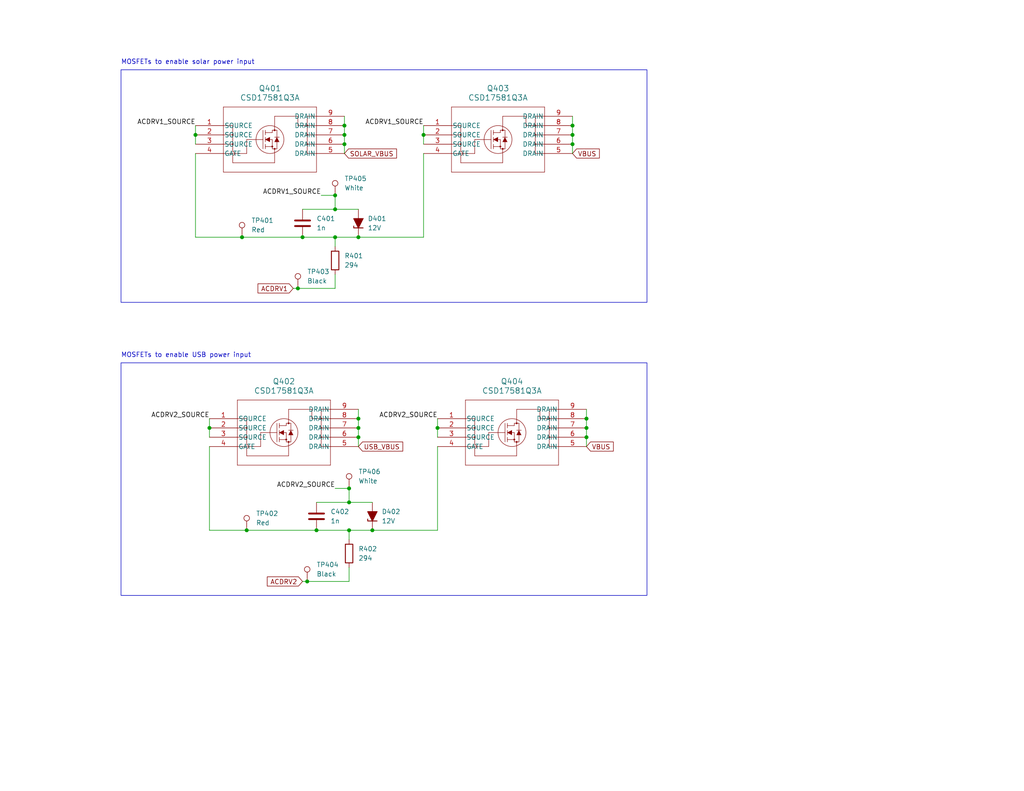
<source format=kicad_sch>
(kicad_sch (version 20230121) (generator eeschema)
  (paper "USLetter")
  (lib_symbols
    (symbol "Connector:TestPoint" (pin_numbers hide) (pin_names (offset 0.762) hide)
      (property "Reference" "TP" (at 0 6.858 0))
      (property "Value" "TestPoint" (at 0 5.08 0))
      (symbol "TestPoint_0_1"
        (circle (center 0 3.302) (radius 0.762))
      )
      (symbol "TestPoint_1_1"
        (pin passive line (at 0 0 90) (length 2.54) (name "1") (number "1"))
      )
    )
    (symbol "Device:C" (pin_numbers hide) (pin_names (offset 0.254))
      (property "Reference" "C" (at 0.635 2.54 0))
      (property "Value" "C" (at 0.635 -2.54 0))
      (symbol "C_0_1"
        (polyline (pts (xy -2.032 -0.762) (xy 2.032 -0.762)) (stroke (width 0.508)))
        (polyline (pts (xy -2.032 0.762) (xy 2.032 0.762)) (stroke (width 0.508)))
      )
      (symbol "C_1_1"
        (pin passive line (at 0 3.81 270) (length 2.794) (name "~") (number "1"))
        (pin passive line (at 0 -3.81 90) (length 2.794) (name "~") (number "2"))
      )
    )
    (symbol "Device:D_Zener_Filled" (pin_numbers hide) (pin_names (offset 1.016) hide)
      (property "Reference" "D" (at 0 2.54 0))
      (property "Value" "D_Zener_Filled" (at 0 -2.54 0))
      (symbol "D_Zener_Filled_0_1"
        (polyline (pts (xy 1.27 0) (xy -1.27 0)))
        (polyline (pts (xy -1.27 -1.27) (xy -1.27 1.27) (xy -0.762 1.27)) (stroke (width 0.254)))
        (polyline (pts (xy 1.27 -1.27) (xy 1.27 1.27) (xy -1.27 0) (xy 1.27 -1.27)) (stroke (width 0.254)) (fill (type outline)))
      )
      (symbol "D_Zener_Filled_1_1"
        (pin passive line (at -3.81 0 0) (length 2.54) (name "K") (number "1"))
        (pin passive line (at 3.81 0 180) (length 2.54) (name "A") (number "2"))
      )
    )
    (symbol "Device:R" (pin_numbers hide) (pin_names (offset 0))
      (property "Reference" "R" (at 2.032 0 90))
      (property "Value" "R" (at 0 0 90))
      (symbol "R_0_1"
        (rectangle (start -1.016 -2.54) (end 1.016 2.54) (stroke (width 0.254)))
      )
      (symbol "R_1_1"
        (pin passive line (at 0 3.81 270) (length 1.27) (name "~") (number "1"))
        (pin passive line (at 0 -3.81 90) (length 1.27) (name "~") (number "2"))
      )
    )
    (symbol "TI CSD17581Q3A:CSD17581Q3A" (pin_names (offset 0.254))
      (property "Reference" "Q" (at 20.32 10.16 0))
      (property "Value" "CSD17581Q3A" (at 20.32 7.62 0))
      (symbol "CSD17581Q3A_0_1"
        (polyline (pts (xy 7.62 -12.7) (xy 33.02 -12.7)) (stroke (width 0.127)))
        (polyline (pts (xy 7.62 -7.62) (xy 13.97 -7.62)) (stroke (width 0.127)))
        (polyline (pts (xy 7.62 -5.08) (xy 10.16 -5.08)) (stroke (width 0.127)))
        (polyline (pts (xy 7.62 -2.54) (xy 10.16 -2.54)) (stroke (width 0.127)))
        (polyline (pts (xy 7.62 0) (xy 10.16 0)) (stroke (width 0.127)))
        (polyline (pts (xy 7.62 5.08) (xy 7.62 -12.7)) (stroke (width 0.127)))
        (polyline (pts (xy 10.16 -10.16) (xy 21.59 -10.16)) (stroke (width 0.127)))
        (polyline (pts (xy 10.16 -8.128) (xy 10.16 -10.16)) (stroke (width 0.127)))
        (polyline (pts (xy 10.16 0) (xy 10.16 -7.112)) (stroke (width 0.127)))
        (polyline (pts (xy 13.97 -7.62) (xy 13.97 -3.81)) (stroke (width 0.127)))
        (polyline (pts (xy 13.97 -3.81) (xy 18.415 -3.81)) (stroke (width 0.127)))
        (polyline (pts (xy 18.415 -6.35) (xy 18.415 -1.27)) (stroke (width 0.127)))
        (polyline (pts (xy 19.05 -6.35) (xy 19.05 -5.08)) (stroke (width 0.127)))
        (polyline (pts (xy 19.05 -5.715) (xy 20.955 -5.715)) (stroke (width 0.127)))
        (polyline (pts (xy 19.05 -4.445) (xy 19.05 -3.175)) (stroke (width 0.127)))
        (polyline (pts (xy 19.05 -2.54) (xy 19.05 -1.27)) (stroke (width 0.127)))
        (polyline (pts (xy 19.05 -1.905) (xy 20.955 -1.905)) (stroke (width 0.127)))
        (polyline (pts (xy 20.32 -3.81) (xy 20.955 -3.81)) (stroke (width 0.127)))
        (polyline (pts (xy 20.955 -6.35) (xy 20.955 -3.81)) (stroke (width 0.127)))
        (polyline (pts (xy 20.955 -6.35) (xy 22.225 -6.35)) (stroke (width 0.127)))
        (polyline (pts (xy 20.955 -1.905) (xy 20.955 -1.27)) (stroke (width 0.127)))
        (polyline (pts (xy 20.955 -1.27) (xy 22.225 -1.27)) (stroke (width 0.127)))
        (polyline (pts (xy 21.59 -10.16) (xy 21.59 -6.35)) (stroke (width 0.127)))
        (polyline (pts (xy 21.59 2.54) (xy 21.59 -1.27)) (stroke (width 0.127)))
        (polyline (pts (xy 22.225 -6.35) (xy 22.225 -4.445)) (stroke (width 0.127)))
        (polyline (pts (xy 22.225 -3.175) (xy 22.225 -1.27)) (stroke (width 0.127)))
        (polyline (pts (xy 22.86 -3.175) (xy 21.59 -3.175)) (stroke (width 0.127)))
        (polyline (pts (xy 27.94 0) (xy 27.94 2.54)) (stroke (width 0.127)))
        (polyline (pts (xy 27.94 2.54) (xy 21.59 2.54)) (stroke (width 0.127)))
        (polyline (pts (xy 30.48 -7.62) (xy 30.48 0)) (stroke (width 0.127)))
        (polyline (pts (xy 30.48 0) (xy 30.48 2.54)) (stroke (width 0.127)))
        (polyline (pts (xy 30.48 2.54) (xy 33.02 2.54)) (stroke (width 0.127)))
        (polyline (pts (xy 33.02 -12.7) (xy 33.02 5.08)) (stroke (width 0.127)))
        (polyline (pts (xy 33.02 -7.62) (xy 30.48 -7.62)) (stroke (width 0.127)))
        (polyline (pts (xy 33.02 -5.08) (xy 30.48 -5.08)) (stroke (width 0.127)))
        (polyline (pts (xy 33.02 -2.54) (xy 30.48 -2.54)) (stroke (width 0.127)))
        (polyline (pts (xy 33.02 0) (xy 27.94 0)) (stroke (width 0.127)))
        (polyline (pts (xy 33.02 5.08) (xy 7.62 5.08)) (stroke (width 0.127)))
        (polyline (pts (xy 20.32 -3.175) (xy 19.05 -3.81) (xy 20.32 -4.445)) (stroke (width 0.0254)) (fill (type outline)))
        (polyline (pts (xy 22.86 -4.445) (xy 21.59 -4.445) (xy 22.225 -3.175)) (stroke (width 0.0254)) (fill (type outline)))
        (arc (start 10.16 -8.128) (mid 10.6658 -7.62) (end 10.16 -7.112) (stroke (width 0.127)))
        (circle (center 10.16 -5.08) (radius 0.127) (stroke (width 0.254)))
        (circle (center 10.16 -2.54) (radius 0.127) (stroke (width 0.254)))
        (circle (center 20.32 -3.81) (radius 3.81) (stroke (width 0.127)))
        (circle (center 20.955 -5.715) (radius 0.127) (stroke (width 0.254)))
        (circle (center 21.59 -6.35) (radius 0.127) (stroke (width 0.254)))
        (circle (center 21.59 -1.27) (radius 0.127) (stroke (width 0.254)))
        (circle (center 30.48 -5.08) (radius 0.127) (stroke (width 0.254)))
        (circle (center 30.48 -2.54) (radius 0.127) (stroke (width 0.254)))
        (circle (center 30.48 0) (radius 0.127) (stroke (width 0.254)))
      )
      (symbol "CSD17581Q3A_1_1"
        (pin passive line (at 0 0 0) (length 7.62) (name "SOURCE") (number "1"))
        (pin passive line (at 0 -2.54 0) (length 7.62) (name "SOURCE") (number "2"))
        (pin passive line (at 0 -5.08 0) (length 7.62) (name "SOURCE") (number "3"))
        (pin passive line (at 0 -7.62 0) (length 7.62) (name "GATE") (number "4"))
        (pin passive line (at 40.64 -7.62 180) (length 7.62) (name "DRAIN") (number "5"))
        (pin passive line (at 40.64 -5.08 180) (length 7.62) (name "DRAIN") (number "6"))
        (pin passive line (at 40.64 -2.54 180) (length 7.62) (name "DRAIN") (number "7"))
        (pin passive line (at 40.64 0 180) (length 7.62) (name "DRAIN") (number "8"))
        (pin passive line (at 40.64 2.54 180) (length 7.62) (name "DRAIN") (number "9"))
      )
    )
  )
  (junction (at 95.25 137.16))
  (junction (at 97.79 119.38))
  (junction (at 119.38 116.84))
  (junction (at 101.6 144.78))
  (junction (at 82.55 64.77))
  (junction (at 156.21 34.29))
  (junction (at 91.44 53.34))
  (junction (at 97.79 64.77))
  (junction (at 66.04 64.77))
  (junction (at 91.44 64.77))
  (junction (at 160.02 116.84))
  (junction (at 81.28 78.74))
  (junction (at 156.21 39.37))
  (junction (at 160.02 119.38))
  (junction (at 86.36 144.78))
  (junction (at 97.79 114.3))
  (junction (at 83.82 158.75))
  (junction (at 93.98 36.83))
  (junction (at 115.57 36.83))
  (junction (at 95.25 133.35))
  (junction (at 95.25 144.78))
  (junction (at 156.21 36.83))
  (junction (at 57.15 116.84))
  (junction (at 91.44 57.15))
  (junction (at 160.02 114.3))
  (junction (at 93.98 39.37))
  (junction (at 97.79 116.84))
  (junction (at 53.34 36.83))
  (junction (at 93.98 34.29))
  (junction (at 67.31 144.78))
  (wire (pts (xy 87.63 53.34) (xy 91.44 53.34)))
  (wire (pts (xy 93.98 39.37) (xy 93.98 41.91)))
  (wire (pts (xy 160.02 119.38) (xy 160.02 121.92)))
  (wire (pts (xy 93.98 34.29) (xy 93.98 36.83)))
  (wire (pts (xy 95.25 144.78) (xy 101.6 144.78)))
  (wire (pts (xy 156.21 36.83) (xy 156.21 39.37)))
  (wire (pts (xy 82.55 64.77) (xy 91.44 64.77)))
  (wire (pts (xy 97.79 119.38) (xy 97.79 121.92)))
  (wire (pts (xy 57.15 116.84) (xy 57.15 119.38)))
  (wire (pts (xy 95.25 133.35) (xy 95.25 137.16)))
  (wire (pts (xy 91.44 64.77) (xy 91.44 67.31)))
  (wire (pts (xy 115.57 64.77) (xy 115.57 41.91)))
  (wire (pts (xy 66.04 64.77) (xy 82.55 64.77)))
  (wire (pts (xy 83.82 158.75) (xy 95.25 158.75)))
  (wire (pts (xy 160.02 116.84) (xy 160.02 119.38)))
  (wire (pts (xy 57.15 144.78) (xy 67.31 144.78)))
  (wire (pts (xy 160.02 111.76) (xy 160.02 114.3)))
  (wire (pts (xy 53.34 36.83) (xy 53.34 39.37)))
  (wire (pts (xy 160.02 114.3) (xy 160.02 116.84)))
  (wire (pts (xy 93.98 31.75) (xy 93.98 34.29)))
  (wire (pts (xy 91.44 57.15) (xy 97.79 57.15)))
  (wire (pts (xy 57.15 114.3) (xy 57.15 116.84)))
  (wire (pts (xy 156.21 39.37) (xy 156.21 41.91)))
  (wire (pts (xy 101.6 144.78) (xy 119.38 144.78)))
  (wire (pts (xy 119.38 116.84) (xy 119.38 119.38)))
  (wire (pts (xy 97.79 116.84) (xy 97.79 119.38)))
  (wire (pts (xy 95.25 158.75) (xy 95.25 154.94)))
  (wire (pts (xy 95.25 137.16) (xy 101.6 137.16)))
  (wire (pts (xy 67.31 144.78) (xy 86.36 144.78)))
  (wire (pts (xy 53.34 34.29) (xy 53.34 36.83)))
  (wire (pts (xy 97.79 114.3) (xy 97.79 116.84)))
  (wire (pts (xy 156.21 31.75) (xy 156.21 34.29)))
  (wire (pts (xy 53.34 64.77) (xy 66.04 64.77)))
  (wire (pts (xy 119.38 144.78) (xy 119.38 121.92)))
  (wire (pts (xy 86.36 144.78) (xy 95.25 144.78)))
  (wire (pts (xy 115.57 34.29) (xy 115.57 36.83)))
  (wire (pts (xy 91.44 78.74) (xy 91.44 74.93)))
  (wire (pts (xy 93.98 36.83) (xy 93.98 39.37)))
  (wire (pts (xy 97.79 64.77) (xy 115.57 64.77)))
  (wire (pts (xy 91.44 64.77) (xy 97.79 64.77)))
  (wire (pts (xy 82.55 57.15) (xy 91.44 57.15)))
  (wire (pts (xy 91.44 53.34) (xy 91.44 57.15)))
  (wire (pts (xy 57.15 121.92) (xy 57.15 144.78)))
  (wire (pts (xy 95.25 144.78) (xy 95.25 147.32)))
  (wire (pts (xy 81.28 78.74) (xy 91.44 78.74)))
  (wire (pts (xy 156.21 34.29) (xy 156.21 36.83)))
  (wire (pts (xy 97.79 111.76) (xy 97.79 114.3)))
  (wire (pts (xy 80.01 78.74) (xy 81.28 78.74)))
  (wire (pts (xy 91.44 133.35) (xy 95.25 133.35)))
  (wire (pts (xy 86.36 137.16) (xy 95.25 137.16)))
  (wire (pts (xy 119.38 114.3) (xy 119.38 116.84)))
  (wire (pts (xy 53.34 41.91) (xy 53.34 64.77)))
  (wire (pts (xy 82.55 158.75) (xy 83.82 158.75)))
  (wire (pts (xy 115.57 36.83) (xy 115.57 39.37)))
  (rectangle (start 33.02 99.06) (end 176.53 162.56))
  (rectangle (start 33.02 19.05) (end 176.53 82.55))
  (text "MOSFETs to enable USB power input" (at 33.02 97.79 0) (effects (font (size 1.27 1.27)) (justify left bottom)))
  (text "MOSFETs to enable solar power input" (at 33.02 17.78 0) (effects (font (size 1.27 1.27)) (justify left bottom)))
  (label "ACDRV1_SOURCE" (at 115.57 34.29 180))
  (label "ACDRV2_SOURCE" (at 57.15 114.3 180))
  (label "ACDRV1_SOURCE" (at 53.34 34.29 180))
  (label "ACDRV2_SOURCE" (at 119.38 114.3 180))
  (label "ACDRV2_SOURCE" (at 91.44 133.35 180))
  (label "ACDRV1_SOURCE" (at 87.63 53.34 180))
  (global_label "ACDRV1" (shape input) (at 80.01 78.74 180) (property "Intersheetrefs" "${INTERSHEET_REFS}" (effects hide)))
  (global_label "VBUS" (shape input) (at 160.02 121.92 0) (property "Intersheetrefs" "${INTERSHEET_REFS}" (effects hide)))
  (global_label "USB_VBUS" (shape input) (at 97.79 121.92 0) (property "Intersheetrefs" "${INTERSHEET_REFS}" (effects hide)))
  (global_label "VBUS" (shape input) (at 156.21 41.91 0) (property "Intersheetrefs" "${INTERSHEET_REFS}" (effects hide)))
  (global_label "ACDRV2" (shape input) (at 82.55 158.75 180) (property "Intersheetrefs" "${INTERSHEET_REFS}" (effects hide)))
  (global_label "SOLAR_VBUS" (shape input) (at 93.98 41.91 0) (property "Intersheetrefs" "${INTERSHEET_REFS}" (effects hide)))
  (symbol (lib_id "Device:D_Zener_Filled") (at 97.79 60.96 90) (unit 1)
    (property "Reference" "D401" (at 100.33 59.69 90) (effects (justify right)))
    (property "Value" "12V" (at 100.33 62.23 90) (effects (justify right)))
    (property "Footprint" "Diode_SMD:D_SOD-523" (effects hide))
    (property "Manufacturer Part Number" "BZT52C12T-7" (effects hide))
    (property "Manufacturer" "Diodes Incorporated" (effects hide))
    (property "MPN" "C507911" (effects hide))
    (property "Active" "Y" (effects hide))
  )
  (symbol (lib_id "Connector:TestPoint") (at 95.25 133.35 0) (unit 1)
    (property "Reference" "TP406" (at 97.79 128.778 0) (effects (justify left)))
    (property "Value" "White" (at 97.79 131.318 0) (effects (justify left)))
    (property "Footprint" "TestPoint:TestPoint_Keystone_5000-5004_Miniature" (effects hide))
    (property "MPN" "C238123" (effects hide))
    (property "Manufacturer" "Keystone" (effects hide))
    (property "Manufacturer Part Number" "5002" (effects hide))
    (property "Active" "Y" (effects hide))
  )
  (symbol (lib_id "Connector:TestPoint") (at 91.44 53.34 0) (unit 1)
    (property "Reference" "TP405" (at 93.98 48.768 0) (effects (justify left)))
    (property "Value" "White" (at 93.98 51.308 0) (effects (justify left)))
    (property "Footprint" "TestPoint:TestPoint_Keystone_5000-5004_Miniature" (effects hide))
    (property "MPN" "C238123" (effects hide))
    (property "Manufacturer" "Keystone" (effects hide))
    (property "Manufacturer Part Number" "5002" (effects hide))
    (property "Active" "Y" (effects hide))
  )
  (symbol (lib_id "TI CSD17581Q3A:CSD17581Q3A") (at 119.38 114.3 0) (unit 1)
    (property "Reference" "Q404" (at 139.7 104.14 0) (effects (font (size 1.524 1.524))))
    (property "Value" "CSD17581Q3A" (at 139.7 106.68 0) (effects (font (size 1.524 1.524))))
    (property "Footprint" "footprints:Q3A_TEX" (effects hide))
    (property "Datasheet" "CSD17581Q3A" (effects hide))
    (property "Designed Manufacturer" "TEXAS INSTRUMENTS" (effects hide))
    (property "Designed Part Number" "CSD17581Q3A" (effects hide))
    (property "MPN" "C2866708" (effects hide))
    (property "Manufacturer" "TEXAS INSTRUMENTS" (effects hide))
    (property "Manufacturer Part Number" "CSD17581Q3AT" (effects hide))
    (property "Active" "Y" (effects hide))
  )
  (symbol (lib_id "TI CSD17581Q3A:CSD17581Q3A") (at 53.34 34.29 0) (unit 1)
    (property "Reference" "Q401" (at 73.66 24.13 0) (effects (font (size 1.524 1.524))))
    (property "Value" "CSD17581Q3A" (at 73.66 26.67 0) (effects (font (size 1.524 1.524))))
    (property "Footprint" "footprints:Q3A_TEX" (effects hide))
    (property "Datasheet" "CSD17581Q3A" (effects hide))
    (property "Designed Manufacturer" "TEXAS INSTRUMENTS" (effects hide))
    (property "Designed Part Number" "CSD17581Q3A" (effects hide))
    (property "MPN" "C2866708" (effects hide))
    (property "Manufacturer" "TEXAS INSTRUMENTS" (effects hide))
    (property "Manufacturer Part Number" "CSD17581Q3AT" (effects hide))
    (property "Active" "Y" (effects hide))
  )
  (symbol (lib_id "Connector:TestPoint") (at 67.31 144.78 0) (unit 1)
    (property "Reference" "TP402" (at 69.85 140.208 0) (effects (justify left)))
    (property "Value" "Red" (at 69.85 142.748 0) (effects (justify left)))
    (property "Footprint" "TestPoint:TestPoint_Keystone_5000-5004_Miniature" (effects hide))
    (property "MPN" "C5199900" (effects hide))
    (property "Manufacturer" "Keystone" (effects hide))
    (property "Manufacturer Part Number" "5000" (effects hide))
    (property "Active" "Y" (effects hide))
  )
  (symbol (lib_id "Connector:TestPoint") (at 83.82 158.75 0) (unit 1)
    (property "Reference" "TP404" (at 86.36 154.178 0) (effects (justify left)))
    (property "Value" "Black" (at 86.36 156.718 0) (effects (justify left)))
    (property "Footprint" "TestPoint:TestPoint_Keystone_5000-5004_Miniature" (effects hide))
    (property "Active" "Y" (effects hide))
    (property "MPN" "C238122" (effects hide))
    (property "Manufacturer" "Keystone" (effects hide))
    (property "Manufacturer Part Number" "5001" (effects hide))
  )
  (symbol (lib_id "Device:C") (at 86.36 140.97 0) (unit 1)
    (property "Reference" "C402" (at 90.17 139.7 0) (effects (justify left)))
    (property "Value" "1n" (at 90.17 142.24 0) (effects (justify left)))
    (property "Footprint" "Capacitor_SMD:C_0402_1005Metric" (effects hide))
    (property "Manufacturer Part Number" "GRM1555C1H102JA01D" (effects hide))
    (property "Manufacturer" "Murata Electronics" (effects hide))
    (property "Designed Manufacturer" "Murata Electronics" (effects hide))
    (property "Designed Part Number" "GRM1555C1H102FA01D" (effects hide))
    (property "MPN" "C76947" (effects hide))
    (property "Active" "Y" (effects hide))
  )
  (symbol (lib_id "Device:D_Zener_Filled") (at 101.6 140.97 90) (unit 1)
    (property "Reference" "D402" (at 104.14 139.7 90) (effects (justify right)))
    (property "Value" "12V" (at 104.14 142.24 90) (effects (justify right)))
    (property "Footprint" "Diode_SMD:D_SOD-523" (effects hide))
    (property "Manufacturer Part Number" "BZT52C12T-7" (effects hide))
    (property "Manufacturer" "Diodes Incorporated" (effects hide))
    (property "MPN" "C507911" (effects hide))
    (property "Active" "Y" (effects hide))
  )
  (symbol (lib_id "Connector:TestPoint") (at 81.28 78.74 0) (unit 1)
    (property "Reference" "TP403" (at 83.82 74.168 0) (effects (justify left)))
    (property "Value" "Black" (at 83.82 76.708 0) (effects (justify left)))
    (property "Footprint" "TestPoint:TestPoint_Keystone_5000-5004_Miniature" (effects hide))
    (property "MPN" "C238122" (effects hide))
    (property "Manufacturer" "Keystone" (effects hide))
    (property "Manufacturer Part Number" "5001" (effects hide))
    (property "Active" "Y" (effects hide))
  )
  (symbol (lib_id "TI CSD17581Q3A:CSD17581Q3A") (at 57.15 114.3 0) (unit 1)
    (property "Reference" "Q402" (at 77.47 104.14 0) (effects (font (size 1.524 1.524))))
    (property "Value" "CSD17581Q3A" (at 77.47 106.68 0) (effects (font (size 1.524 1.524))))
    (property "Footprint" "footprints:Q3A_TEX" (effects hide))
    (property "Datasheet" "CSD17581Q3A" (effects hide))
    (property "Designed Manufacturer" "TEXAS INSTRUMENTS" (effects hide))
    (property "Designed Part Number" "CSD17581Q3A" (effects hide))
    (property "MPN" "C2866708" (effects hide))
    (property "Manufacturer" "TEXAS INSTRUMENTS" (effects hide))
    (property "Manufacturer Part Number" "CSD17581Q3AT" (effects hide))
    (property "Active" "Y" (effects hide))
  )
  (symbol (lib_id "Device:C") (at 82.55 60.96 0) (unit 1)
    (property "Reference" "C401" (at 86.36 59.69 0) (effects (justify left)))
    (property "Value" "1n" (at 86.36 62.23 0) (effects (justify left)))
    (property "Footprint" "Capacitor_SMD:C_0402_1005Metric" (effects hide))
    (property "Manufacturer Part Number" "GRM1555C1H102JA01D" (effects hide))
    (property "Manufacturer" "Murata Electronics" (effects hide))
    (property "Designed Manufacturer" "Murata Electronics" (effects hide))
    (property "Designed Part Number" "GRM1555C1H102FA01D" (effects hide))
    (property "MPN" "C76947" (effects hide))
    (property "Active" "Y" (effects hide))
  )
  (symbol (lib_id "Device:R") (at 95.25 151.13 0) (unit 1)
    (property "Reference" "R402" (at 97.79 149.86 0) (effects (justify left)))
    (property "Value" "294" (at 97.79 152.4 0) (effects (justify left)))
    (property "Footprint" "Resistor_SMD:R_0603_1608Metric" (effects hide))
    (property "Manufacturer Part Number" "RC0603FR-07294RL" (effects hide))
    (property "Manufacturer" "YAGEO" (effects hide))
    (property "Designed Manufacturer" "Vishay-Dale" (effects hide))
    (property "Designed Part Number" "CRCW0603294RFKEA" (effects hide))
    (property "MPN" "C185345" (effects hide))
    (property "Active" "Y" (effects hide))
  )
  (symbol (lib_id "TI CSD17581Q3A:CSD17581Q3A") (at 115.57 34.29 0) (unit 1)
    (property "Reference" "Q403" (at 135.89 24.13 0) (effects (font (size 1.524 1.524))))
    (property "Value" "CSD17581Q3A" (at 135.89 26.67 0) (effects (font (size 1.524 1.524))))
    (property "Footprint" "footprints:Q3A_TEX" (effects hide))
    (property "Datasheet" "CSD17581Q3A" (effects hide))
    (property "Designed Manufacturer" "TEXAS INSTRUMENTS" (effects hide))
    (property "Designed Part Number" "CSD17581Q3A" (effects hide))
    (property "MPN" "C2866708" (effects hide))
    (property "Manufacturer" "TEXAS INSTRUMENTS" (effects hide))
    (property "Manufacturer Part Number" "CSD17581Q3AT" (effects hide))
    (property "Active" "Y" (effects hide))
  )
  (symbol (lib_id "Connector:TestPoint") (at 66.04 64.77 0) (unit 1)
    (property "Reference" "TP401" (at 68.58 60.198 0) (effects (justify left)))
    (property "Value" "Red" (at 68.58 62.738 0) (effects (justify left)))
    (property "Footprint" "TestPoint:TestPoint_Keystone_5000-5004_Miniature" (effects hide))
    (property "MPN" "C5199900" (effects hide))
    (property "Manufacturer" "Keystone" (effects hide))
    (property "Manufacturer Part Number" "5000" (effects hide))
    (property "Active" "Y" (effects hide))
  )
  (symbol (lib_id "Device:R") (at 91.44 71.12 0) (unit 1)
    (property "Reference" "R401" (at 93.98 69.85 0) (effects (justify left)))
    (property "Value" "294" (at 93.98 72.39 0) (effects (justify left)))
    (property "Footprint" "Resistor_SMD:R_0603_1608Metric" (effects hide))
    (property "Manufacturer Part Number" "RC0603FR-07294RL" (effects hide))
    (property "Manufacturer" "YAGEO" (effects hide))
    (property "Designed Manufacturer" "Vishay-Dale" (effects hide))
    (property "Designed Part Number" "CRCW0603294RFKEA" (effects hide))
    (property "MPN" "C185345" (effects hide))
    (property "Active" "Y" (effects hide))
  )
)
</source>
